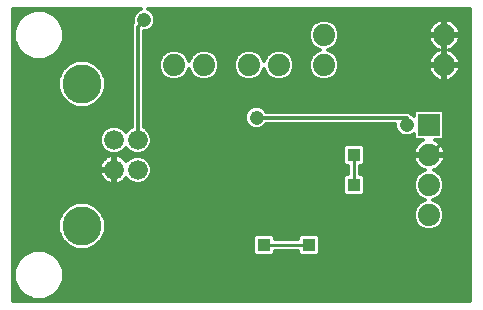
<source format=gbl>
G75*
%MOIN*%
%OFA0B0*%
%FSLAX25Y25*%
%IPPOS*%
%LPD*%
%AMOC8*
5,1,8,0,0,1.08239X$1,22.5*
%
%ADD10C,0.06600*%
%ADD11C,0.13000*%
%ADD12R,0.07400X0.07400*%
%ADD13C,0.07400*%
%ADD14C,0.01000*%
%ADD15C,0.01200*%
%ADD16R,0.04362X0.04362*%
%ADD17C,0.04756*%
D10*
X0423333Y0047329D03*
X0431133Y0047329D03*
X0431133Y0057171D03*
X0423333Y0057171D03*
D11*
X0412633Y0075950D03*
X0412633Y0028550D03*
D12*
X0528333Y0062250D03*
D13*
X0528333Y0052250D03*
X0528333Y0042250D03*
X0528333Y0032250D03*
X0533333Y0082250D03*
X0533333Y0092250D03*
X0493333Y0092250D03*
X0493333Y0082250D03*
X0478333Y0082250D03*
X0468333Y0082250D03*
X0453333Y0082250D03*
X0443333Y0082250D03*
D14*
X0533333Y0082250D02*
X0533333Y0057250D01*
X0528333Y0052250D01*
X0503333Y0052250D02*
X0503333Y0042250D01*
X0488333Y0022250D02*
X0473333Y0022250D01*
X0533333Y0082250D02*
X0533333Y0092250D01*
D15*
X0389733Y0100850D02*
X0389733Y0003650D01*
X0541933Y0003650D01*
X0541933Y0100850D01*
X0434514Y0100850D01*
X0435473Y0100453D01*
X0436536Y0099390D01*
X0437111Y0098001D01*
X0437111Y0096499D01*
X0436536Y0095110D01*
X0435473Y0094047D01*
X0434085Y0093472D01*
X0433133Y0093472D01*
X0433133Y0061430D01*
X0433796Y0061156D01*
X0435118Y0059834D01*
X0435833Y0058106D01*
X0435833Y0056236D01*
X0435118Y0054509D01*
X0433796Y0053187D01*
X0432068Y0052471D01*
X0430198Y0052471D01*
X0428471Y0053187D01*
X0427233Y0054424D01*
X0425996Y0053187D01*
X0424268Y0052471D01*
X0422398Y0052471D01*
X0420671Y0053187D01*
X0419349Y0054509D01*
X0418633Y0056236D01*
X0418633Y0058106D01*
X0419349Y0059834D01*
X0420671Y0061156D01*
X0422398Y0061871D01*
X0424268Y0061871D01*
X0425996Y0061156D01*
X0427233Y0059918D01*
X0428471Y0061156D01*
X0429133Y0061430D01*
X0429133Y0095878D01*
X0429613Y0096358D01*
X0429555Y0096499D01*
X0429555Y0098001D01*
X0430131Y0099390D01*
X0431193Y0100453D01*
X0432152Y0100850D01*
X0389733Y0100850D01*
X0389733Y0100322D02*
X0396132Y0100322D01*
X0396682Y0100550D02*
X0393632Y0099286D01*
X0391297Y0096952D01*
X0391297Y0096952D01*
X0390033Y0093901D01*
X0390033Y0090599D01*
X0391297Y0087548D01*
X0393632Y0085214D01*
X0396682Y0083950D01*
X0398748Y0083950D01*
X0399984Y0083950D01*
X0399984Y0083950D01*
X0403035Y0085214D01*
X0405370Y0087548D01*
X0405370Y0087548D01*
X0406633Y0090599D01*
X0406633Y0093901D01*
X0405370Y0096952D01*
X0403035Y0099286D01*
X0399984Y0100550D01*
X0396682Y0100550D01*
X0393632Y0099286D02*
X0393632Y0099286D01*
X0393469Y0099123D02*
X0389733Y0099123D01*
X0389733Y0097925D02*
X0392270Y0097925D01*
X0391204Y0096726D02*
X0389733Y0096726D01*
X0389733Y0095528D02*
X0390707Y0095528D01*
X0390211Y0094329D02*
X0389733Y0094329D01*
X0389733Y0093131D02*
X0390033Y0093131D01*
X0390033Y0091932D02*
X0389733Y0091932D01*
X0389733Y0090734D02*
X0390033Y0090734D01*
X0389733Y0089535D02*
X0390474Y0089535D01*
X0390970Y0088337D02*
X0389733Y0088337D01*
X0389733Y0087138D02*
X0391707Y0087138D01*
X0391297Y0087548D02*
X0391297Y0087548D01*
X0389733Y0085940D02*
X0392906Y0085940D01*
X0393632Y0085214D02*
X0393632Y0085214D01*
X0394772Y0084741D02*
X0389733Y0084741D01*
X0389733Y0083543D02*
X0410320Y0083543D01*
X0411062Y0083850D02*
X0408158Y0082647D01*
X0405936Y0080425D01*
X0404733Y0077521D01*
X0404733Y0074379D01*
X0405936Y0071475D01*
X0408158Y0069253D01*
X0411062Y0068050D01*
X0414205Y0068050D01*
X0417108Y0069253D01*
X0419331Y0071475D01*
X0420533Y0074379D01*
X0420533Y0077521D01*
X0419331Y0080425D01*
X0417108Y0082647D01*
X0414205Y0083850D01*
X0411062Y0083850D01*
X0407855Y0082344D02*
X0389733Y0082344D01*
X0389733Y0081146D02*
X0406657Y0081146D01*
X0405738Y0079947D02*
X0389733Y0079947D01*
X0389733Y0078749D02*
X0405242Y0078749D01*
X0404745Y0077550D02*
X0389733Y0077550D01*
X0389733Y0076352D02*
X0404733Y0076352D01*
X0404733Y0075153D02*
X0389733Y0075153D01*
X0389733Y0073955D02*
X0404909Y0073955D01*
X0405405Y0072756D02*
X0389733Y0072756D01*
X0389733Y0071558D02*
X0405902Y0071558D01*
X0407052Y0070359D02*
X0389733Y0070359D01*
X0389733Y0069161D02*
X0408380Y0069161D01*
X0416886Y0069161D02*
X0429133Y0069161D01*
X0429133Y0070359D02*
X0418215Y0070359D01*
X0419365Y0071558D02*
X0429133Y0071558D01*
X0429133Y0072756D02*
X0419861Y0072756D01*
X0420358Y0073955D02*
X0429133Y0073955D01*
X0429133Y0075153D02*
X0420533Y0075153D01*
X0420533Y0076352D02*
X0429133Y0076352D01*
X0429133Y0077550D02*
X0420521Y0077550D01*
X0420025Y0078749D02*
X0429133Y0078749D01*
X0429133Y0079947D02*
X0419528Y0079947D01*
X0418610Y0081146D02*
X0429133Y0081146D01*
X0429133Y0082344D02*
X0417411Y0082344D01*
X0414946Y0083543D02*
X0429133Y0083543D01*
X0429133Y0084741D02*
X0401895Y0084741D01*
X0403035Y0085214D02*
X0403035Y0085214D01*
X0403761Y0085940D02*
X0429133Y0085940D01*
X0429133Y0087138D02*
X0404960Y0087138D01*
X0405696Y0088337D02*
X0429133Y0088337D01*
X0429133Y0089535D02*
X0406193Y0089535D01*
X0406633Y0090734D02*
X0429133Y0090734D01*
X0429133Y0091932D02*
X0406633Y0091932D01*
X0406633Y0093131D02*
X0429133Y0093131D01*
X0429133Y0094329D02*
X0406456Y0094329D01*
X0405959Y0095528D02*
X0429133Y0095528D01*
X0429555Y0096726D02*
X0405463Y0096726D01*
X0405370Y0096952D02*
X0405370Y0096952D01*
X0404396Y0097925D02*
X0429555Y0097925D01*
X0430020Y0099123D02*
X0403198Y0099123D01*
X0403035Y0099286D02*
X0403035Y0099286D01*
X0400535Y0100322D02*
X0431062Y0100322D01*
X0435604Y0100322D02*
X0541933Y0100322D01*
X0541933Y0099123D02*
X0436647Y0099123D01*
X0437111Y0097925D02*
X0541933Y0097925D01*
X0541933Y0096726D02*
X0536189Y0096726D01*
X0536111Y0096783D02*
X0535368Y0097162D01*
X0534574Y0097419D01*
X0533750Y0097550D01*
X0533619Y0097550D01*
X0533619Y0092536D01*
X0533047Y0092536D01*
X0533047Y0091964D01*
X0528033Y0091964D01*
X0528033Y0091833D01*
X0528164Y0091009D01*
X0528422Y0090216D01*
X0528800Y0089472D01*
X0529291Y0088797D01*
X0529881Y0088207D01*
X0530556Y0087717D01*
X0531299Y0087338D01*
X0531571Y0087250D01*
X0531299Y0087162D01*
X0530556Y0086783D01*
X0529881Y0086293D01*
X0529291Y0085703D01*
X0528800Y0085028D01*
X0528422Y0084284D01*
X0528164Y0083491D01*
X0528033Y0082667D01*
X0528033Y0082536D01*
X0533047Y0082536D01*
X0533047Y0081964D01*
X0528033Y0081964D01*
X0528033Y0081833D01*
X0528164Y0081009D01*
X0528422Y0080216D01*
X0528800Y0079472D01*
X0529291Y0078797D01*
X0529881Y0078207D01*
X0530556Y0077717D01*
X0531299Y0077338D01*
X0532092Y0077080D01*
X0532916Y0076950D01*
X0533047Y0076950D01*
X0533047Y0081964D01*
X0533619Y0081964D01*
X0533619Y0076950D01*
X0533750Y0076950D01*
X0534574Y0077080D01*
X0535368Y0077338D01*
X0536111Y0077717D01*
X0536786Y0078207D01*
X0537376Y0078797D01*
X0537866Y0079472D01*
X0538245Y0080216D01*
X0538503Y0081009D01*
X0538633Y0081833D01*
X0538633Y0081964D01*
X0533619Y0081964D01*
X0533619Y0082536D01*
X0533047Y0082536D01*
X0533047Y0087550D01*
X0533047Y0091964D01*
X0533619Y0091964D01*
X0533619Y0082536D01*
X0538633Y0082536D01*
X0538633Y0082667D01*
X0538503Y0083491D01*
X0538245Y0084284D01*
X0537866Y0085028D01*
X0537376Y0085703D01*
X0536786Y0086293D01*
X0536111Y0086783D01*
X0535368Y0087162D01*
X0535096Y0087250D01*
X0535368Y0087338D01*
X0536111Y0087717D01*
X0536786Y0088207D01*
X0537376Y0088797D01*
X0537866Y0089472D01*
X0538245Y0090216D01*
X0538503Y0091009D01*
X0538633Y0091833D01*
X0538633Y0091964D01*
X0533619Y0091964D01*
X0533619Y0092536D01*
X0538633Y0092536D01*
X0538633Y0092667D01*
X0538503Y0093491D01*
X0538245Y0094284D01*
X0537866Y0095028D01*
X0537376Y0095703D01*
X0536786Y0096293D01*
X0536111Y0096783D01*
X0537503Y0095528D02*
X0541933Y0095528D01*
X0541933Y0094329D02*
X0538222Y0094329D01*
X0538560Y0093131D02*
X0541933Y0093131D01*
X0541933Y0091932D02*
X0538633Y0091932D01*
X0538413Y0090734D02*
X0541933Y0090734D01*
X0541933Y0089535D02*
X0537898Y0089535D01*
X0536916Y0088337D02*
X0541933Y0088337D01*
X0541933Y0087138D02*
X0535414Y0087138D01*
X0533619Y0087138D02*
X0533047Y0087138D01*
X0533047Y0085940D02*
X0533619Y0085940D01*
X0533619Y0084741D02*
X0533047Y0084741D01*
X0533047Y0083543D02*
X0533619Y0083543D01*
X0533619Y0082344D02*
X0541933Y0082344D01*
X0541933Y0081146D02*
X0538524Y0081146D01*
X0538108Y0079947D02*
X0541933Y0079947D01*
X0541933Y0078749D02*
X0537327Y0078749D01*
X0535784Y0077550D02*
X0541933Y0077550D01*
X0541933Y0076352D02*
X0433133Y0076352D01*
X0433133Y0077550D02*
X0441353Y0077550D01*
X0440444Y0077926D02*
X0442319Y0077150D01*
X0444348Y0077150D01*
X0446222Y0077926D01*
X0447657Y0079361D01*
X0448333Y0080994D01*
X0449010Y0079361D01*
X0450444Y0077926D01*
X0452319Y0077150D01*
X0454348Y0077150D01*
X0456222Y0077926D01*
X0457657Y0079361D01*
X0458433Y0081236D01*
X0458433Y0083264D01*
X0457657Y0085139D01*
X0456222Y0086574D01*
X0454348Y0087350D01*
X0452319Y0087350D01*
X0450444Y0086574D01*
X0449010Y0085139D01*
X0448333Y0083506D01*
X0447657Y0085139D01*
X0446222Y0086574D01*
X0444348Y0087350D01*
X0442319Y0087350D01*
X0440444Y0086574D01*
X0439010Y0085139D01*
X0438233Y0083264D01*
X0438233Y0081236D01*
X0439010Y0079361D01*
X0440444Y0077926D01*
X0439622Y0078749D02*
X0433133Y0078749D01*
X0433133Y0079947D02*
X0438767Y0079947D01*
X0438270Y0081146D02*
X0433133Y0081146D01*
X0433133Y0082344D02*
X0438233Y0082344D01*
X0438349Y0083543D02*
X0433133Y0083543D01*
X0433133Y0084741D02*
X0438845Y0084741D01*
X0439811Y0085940D02*
X0433133Y0085940D01*
X0433133Y0087138D02*
X0441808Y0087138D01*
X0444859Y0087138D02*
X0451808Y0087138D01*
X0449811Y0085940D02*
X0446856Y0085940D01*
X0447822Y0084741D02*
X0448845Y0084741D01*
X0448349Y0083543D02*
X0448318Y0083543D01*
X0447900Y0079947D02*
X0448767Y0079947D01*
X0449622Y0078749D02*
X0447045Y0078749D01*
X0445314Y0077550D02*
X0451353Y0077550D01*
X0455314Y0077550D02*
X0466353Y0077550D01*
X0465444Y0077926D02*
X0467319Y0077150D01*
X0469348Y0077150D01*
X0471222Y0077926D01*
X0472657Y0079361D01*
X0473333Y0080994D01*
X0474010Y0079361D01*
X0475444Y0077926D01*
X0477319Y0077150D01*
X0479348Y0077150D01*
X0481222Y0077926D01*
X0482657Y0079361D01*
X0483433Y0081236D01*
X0483433Y0083264D01*
X0482657Y0085139D01*
X0481222Y0086574D01*
X0479348Y0087350D01*
X0477319Y0087350D01*
X0475444Y0086574D01*
X0474010Y0085139D01*
X0473333Y0083506D01*
X0472657Y0085139D01*
X0471222Y0086574D01*
X0469348Y0087350D01*
X0467319Y0087350D01*
X0465444Y0086574D01*
X0464010Y0085139D01*
X0463233Y0083264D01*
X0463233Y0081236D01*
X0464010Y0079361D01*
X0465444Y0077926D01*
X0464622Y0078749D02*
X0457045Y0078749D01*
X0457900Y0079947D02*
X0463767Y0079947D01*
X0463270Y0081146D02*
X0458396Y0081146D01*
X0458433Y0082344D02*
X0463233Y0082344D01*
X0463349Y0083543D02*
X0458318Y0083543D01*
X0457822Y0084741D02*
X0463845Y0084741D01*
X0464811Y0085940D02*
X0456856Y0085940D01*
X0454859Y0087138D02*
X0466808Y0087138D01*
X0469859Y0087138D02*
X0476808Y0087138D01*
X0474811Y0085940D02*
X0471856Y0085940D01*
X0472822Y0084741D02*
X0473845Y0084741D01*
X0473349Y0083543D02*
X0473318Y0083543D01*
X0472900Y0079947D02*
X0473767Y0079947D01*
X0474622Y0078749D02*
X0472045Y0078749D01*
X0470314Y0077550D02*
X0476353Y0077550D01*
X0480314Y0077550D02*
X0491353Y0077550D01*
X0490444Y0077926D02*
X0492319Y0077150D01*
X0494348Y0077150D01*
X0496222Y0077926D01*
X0497657Y0079361D01*
X0498433Y0081236D01*
X0498433Y0083264D01*
X0497657Y0085139D01*
X0496222Y0086574D01*
X0494589Y0087250D01*
X0496222Y0087926D01*
X0497657Y0089361D01*
X0498433Y0091236D01*
X0498433Y0093264D01*
X0497657Y0095139D01*
X0496222Y0096574D01*
X0494348Y0097350D01*
X0492319Y0097350D01*
X0490444Y0096574D01*
X0489010Y0095139D01*
X0488233Y0093264D01*
X0488233Y0091236D01*
X0489010Y0089361D01*
X0490444Y0087926D01*
X0492077Y0087250D01*
X0490444Y0086574D01*
X0489010Y0085139D01*
X0488233Y0083264D01*
X0488233Y0081236D01*
X0489010Y0079361D01*
X0490444Y0077926D01*
X0489622Y0078749D02*
X0482045Y0078749D01*
X0482900Y0079947D02*
X0488767Y0079947D01*
X0488270Y0081146D02*
X0483396Y0081146D01*
X0483433Y0082344D02*
X0488233Y0082344D01*
X0488349Y0083543D02*
X0483318Y0083543D01*
X0482822Y0084741D02*
X0488845Y0084741D01*
X0489811Y0085940D02*
X0481856Y0085940D01*
X0479859Y0087138D02*
X0491808Y0087138D01*
X0490034Y0088337D02*
X0433133Y0088337D01*
X0433133Y0089535D02*
X0488938Y0089535D01*
X0488441Y0090734D02*
X0433133Y0090734D01*
X0433133Y0091932D02*
X0488233Y0091932D01*
X0488233Y0093131D02*
X0433133Y0093131D01*
X0431133Y0095050D02*
X0433333Y0097250D01*
X0437111Y0096726D02*
X0490813Y0096726D01*
X0489399Y0095528D02*
X0436709Y0095528D01*
X0435756Y0094329D02*
X0488674Y0094329D01*
X0495853Y0096726D02*
X0530478Y0096726D01*
X0530556Y0096783D02*
X0529881Y0096293D01*
X0529291Y0095703D01*
X0528800Y0095028D01*
X0528422Y0094284D01*
X0528164Y0093491D01*
X0528033Y0092667D01*
X0528033Y0092536D01*
X0533047Y0092536D01*
X0533047Y0097550D01*
X0532916Y0097550D01*
X0532092Y0097419D01*
X0531299Y0097162D01*
X0530556Y0096783D01*
X0529164Y0095528D02*
X0497268Y0095528D01*
X0497992Y0094329D02*
X0528445Y0094329D01*
X0528107Y0093131D02*
X0498433Y0093131D01*
X0498433Y0091932D02*
X0528033Y0091932D01*
X0528253Y0090734D02*
X0498226Y0090734D01*
X0497729Y0089535D02*
X0528768Y0089535D01*
X0529751Y0088337D02*
X0496633Y0088337D01*
X0494859Y0087138D02*
X0531253Y0087138D01*
X0529528Y0085940D02*
X0496856Y0085940D01*
X0497822Y0084741D02*
X0528654Y0084741D01*
X0528181Y0083543D02*
X0498318Y0083543D01*
X0498433Y0082344D02*
X0533047Y0082344D01*
X0533047Y0081146D02*
X0533619Y0081146D01*
X0533619Y0079947D02*
X0533047Y0079947D01*
X0533047Y0078749D02*
X0533619Y0078749D01*
X0533619Y0077550D02*
X0533047Y0077550D01*
X0530883Y0077550D02*
X0495314Y0077550D01*
X0497045Y0078749D02*
X0529339Y0078749D01*
X0528558Y0079947D02*
X0497900Y0079947D01*
X0498396Y0081146D02*
X0528142Y0081146D01*
X0538012Y0084741D02*
X0541933Y0084741D01*
X0541933Y0083543D02*
X0538486Y0083543D01*
X0537139Y0085940D02*
X0541933Y0085940D01*
X0533619Y0088337D02*
X0533047Y0088337D01*
X0533047Y0089535D02*
X0533619Y0089535D01*
X0533619Y0090734D02*
X0533047Y0090734D01*
X0533047Y0091932D02*
X0533619Y0091932D01*
X0533619Y0093131D02*
X0533047Y0093131D01*
X0533047Y0094329D02*
X0533619Y0094329D01*
X0533619Y0095528D02*
X0533047Y0095528D01*
X0533047Y0096726D02*
X0533619Y0096726D01*
X0541933Y0075153D02*
X0433133Y0075153D01*
X0433133Y0073955D02*
X0541933Y0073955D01*
X0541933Y0072756D02*
X0433133Y0072756D01*
X0433133Y0071558D02*
X0541933Y0071558D01*
X0541933Y0070359D02*
X0433133Y0070359D01*
X0433133Y0069161D02*
X0541933Y0069161D01*
X0541933Y0067962D02*
X0472951Y0067962D01*
X0472973Y0067953D02*
X0471585Y0068528D01*
X0470082Y0068528D01*
X0468693Y0067953D01*
X0467631Y0066890D01*
X0467055Y0065501D01*
X0467055Y0063999D01*
X0467631Y0062610D01*
X0468693Y0061547D01*
X0470082Y0060972D01*
X0471585Y0060972D01*
X0472973Y0061547D01*
X0474036Y0062610D01*
X0474094Y0062750D01*
X0517055Y0062750D01*
X0517055Y0061499D01*
X0517631Y0060110D01*
X0518693Y0059047D01*
X0520082Y0058472D01*
X0521585Y0058472D01*
X0522973Y0059047D01*
X0523233Y0059307D01*
X0523233Y0057970D01*
X0524053Y0057150D01*
X0526276Y0057150D01*
X0525556Y0056783D01*
X0524881Y0056293D01*
X0524291Y0055703D01*
X0523800Y0055028D01*
X0523422Y0054284D01*
X0523164Y0053491D01*
X0523033Y0052667D01*
X0523033Y0052650D01*
X0527933Y0052650D01*
X0527933Y0051850D01*
X0523033Y0051850D01*
X0523033Y0051833D01*
X0523164Y0051009D01*
X0523422Y0050216D01*
X0523800Y0049472D01*
X0524291Y0048797D01*
X0524881Y0048207D01*
X0525556Y0047717D01*
X0526299Y0047338D01*
X0526855Y0047158D01*
X0525444Y0046574D01*
X0524010Y0045139D01*
X0523233Y0043264D01*
X0523233Y0041236D01*
X0524010Y0039361D01*
X0525444Y0037926D01*
X0527077Y0037250D01*
X0525444Y0036574D01*
X0524010Y0035139D01*
X0523233Y0033264D01*
X0523233Y0031236D01*
X0524010Y0029361D01*
X0525444Y0027926D01*
X0527319Y0027150D01*
X0529348Y0027150D01*
X0531222Y0027926D01*
X0532657Y0029361D01*
X0533433Y0031236D01*
X0533433Y0033264D01*
X0532657Y0035139D01*
X0531222Y0036574D01*
X0529589Y0037250D01*
X0531222Y0037926D01*
X0532657Y0039361D01*
X0533433Y0041236D01*
X0533433Y0043264D01*
X0532657Y0045139D01*
X0531222Y0046574D01*
X0529812Y0047158D01*
X0530368Y0047338D01*
X0531111Y0047717D01*
X0531786Y0048207D01*
X0532376Y0048797D01*
X0532866Y0049472D01*
X0533245Y0050216D01*
X0533503Y0051009D01*
X0533633Y0051833D01*
X0533633Y0051850D01*
X0528733Y0051850D01*
X0528733Y0052650D01*
X0533633Y0052650D01*
X0533633Y0052667D01*
X0533503Y0053491D01*
X0533245Y0054284D01*
X0532866Y0055028D01*
X0532376Y0055703D01*
X0531786Y0056293D01*
X0531111Y0056783D01*
X0530391Y0057150D01*
X0532613Y0057150D01*
X0533433Y0057970D01*
X0533433Y0066530D01*
X0532613Y0067350D01*
X0524053Y0067350D01*
X0523233Y0066530D01*
X0523233Y0065193D01*
X0522973Y0065453D01*
X0522833Y0065511D01*
X0522833Y0065578D01*
X0521662Y0066750D01*
X0474094Y0066750D01*
X0474036Y0066890D01*
X0472973Y0067953D01*
X0474088Y0066764D02*
X0523467Y0066764D01*
X0523233Y0065565D02*
X0522833Y0065565D01*
X0520833Y0064750D02*
X0520833Y0062250D01*
X0517357Y0060771D02*
X0434180Y0060771D01*
X0435226Y0059573D02*
X0518168Y0059573D01*
X0523233Y0058374D02*
X0435722Y0058374D01*
X0435833Y0057176D02*
X0524028Y0057176D01*
X0524565Y0055977D02*
X0435726Y0055977D01*
X0435229Y0054779D02*
X0499752Y0054779D01*
X0499752Y0055011D02*
X0499752Y0049489D01*
X0500572Y0048669D01*
X0501433Y0048669D01*
X0501433Y0045831D01*
X0500572Y0045831D01*
X0499752Y0045011D01*
X0499752Y0039489D01*
X0500572Y0038669D01*
X0506094Y0038669D01*
X0506914Y0039489D01*
X0506914Y0045011D01*
X0506094Y0045831D01*
X0505233Y0045831D01*
X0505233Y0048669D01*
X0506094Y0048669D01*
X0506914Y0049489D01*
X0506914Y0055011D01*
X0506094Y0055831D01*
X0500572Y0055831D01*
X0499752Y0055011D01*
X0499752Y0053580D02*
X0434189Y0053580D01*
X0433796Y0051313D02*
X0432068Y0052029D01*
X0430198Y0052029D01*
X0428471Y0051313D01*
X0427327Y0050169D01*
X0427071Y0050521D01*
X0426525Y0051066D01*
X0425901Y0051520D01*
X0425214Y0051870D01*
X0424481Y0052108D01*
X0423719Y0052229D01*
X0423633Y0052229D01*
X0423633Y0047629D01*
X0423033Y0047629D01*
X0423033Y0047029D01*
X0418433Y0047029D01*
X0418433Y0046943D01*
X0418554Y0046181D01*
X0418792Y0045448D01*
X0419142Y0044761D01*
X0419596Y0044137D01*
X0420141Y0043591D01*
X0420765Y0043138D01*
X0421452Y0042788D01*
X0422186Y0042549D01*
X0422948Y0042429D01*
X0423033Y0042429D01*
X0423033Y0047029D01*
X0423633Y0047029D01*
X0423633Y0042429D01*
X0423719Y0042429D01*
X0424481Y0042549D01*
X0425214Y0042788D01*
X0425901Y0043138D01*
X0426525Y0043591D01*
X0427071Y0044137D01*
X0427327Y0044489D01*
X0428471Y0043344D01*
X0430198Y0042629D01*
X0432068Y0042629D01*
X0433796Y0043344D01*
X0435118Y0044666D01*
X0435833Y0046394D01*
X0435833Y0048264D01*
X0435118Y0049991D01*
X0433796Y0051313D01*
X0433926Y0051183D02*
X0499752Y0051183D01*
X0499752Y0049984D02*
X0435121Y0049984D01*
X0435617Y0048786D02*
X0500455Y0048786D01*
X0501433Y0047587D02*
X0435833Y0047587D01*
X0435831Y0046389D02*
X0501433Y0046389D01*
X0499932Y0045190D02*
X0435335Y0045190D01*
X0434443Y0043992D02*
X0499752Y0043992D01*
X0499752Y0042793D02*
X0432466Y0042793D01*
X0429801Y0042793D02*
X0425225Y0042793D01*
X0423633Y0042793D02*
X0423033Y0042793D01*
X0423033Y0043992D02*
X0423633Y0043992D01*
X0423633Y0045190D02*
X0423033Y0045190D01*
X0423033Y0046389D02*
X0423633Y0046389D01*
X0423033Y0047587D02*
X0389733Y0047587D01*
X0389733Y0046389D02*
X0418521Y0046389D01*
X0418433Y0047629D02*
X0423033Y0047629D01*
X0423033Y0052229D01*
X0422948Y0052229D01*
X0422186Y0052108D01*
X0421452Y0051870D01*
X0420765Y0051520D01*
X0420141Y0051066D01*
X0419596Y0050521D01*
X0419142Y0049897D01*
X0418792Y0049210D01*
X0418554Y0048476D01*
X0418433Y0047714D01*
X0418433Y0047629D01*
X0418655Y0048786D02*
X0389733Y0048786D01*
X0389733Y0049984D02*
X0419206Y0049984D01*
X0420302Y0051183D02*
X0389733Y0051183D01*
X0389733Y0052382D02*
X0499752Y0052382D01*
X0506914Y0052382D02*
X0527933Y0052382D01*
X0528733Y0052382D02*
X0541933Y0052382D01*
X0541933Y0053580D02*
X0533474Y0053580D01*
X0532993Y0054779D02*
X0541933Y0054779D01*
X0541933Y0055977D02*
X0532102Y0055977D01*
X0532639Y0057176D02*
X0541933Y0057176D01*
X0541933Y0058374D02*
X0533433Y0058374D01*
X0533433Y0059573D02*
X0541933Y0059573D01*
X0541933Y0060771D02*
X0533433Y0060771D01*
X0533433Y0061970D02*
X0541933Y0061970D01*
X0541933Y0063168D02*
X0533433Y0063168D01*
X0533433Y0064367D02*
X0541933Y0064367D01*
X0541933Y0065565D02*
X0533433Y0065565D01*
X0533200Y0066764D02*
X0541933Y0066764D01*
X0520833Y0064750D02*
X0470833Y0064750D01*
X0467399Y0063168D02*
X0433133Y0063168D01*
X0433133Y0061970D02*
X0468271Y0061970D01*
X0473396Y0061970D02*
X0517055Y0061970D01*
X0523673Y0054779D02*
X0506914Y0054779D01*
X0506914Y0053580D02*
X0523193Y0053580D01*
X0523136Y0051183D02*
X0506914Y0051183D01*
X0506914Y0049984D02*
X0523539Y0049984D01*
X0524302Y0048786D02*
X0506211Y0048786D01*
X0505233Y0047587D02*
X0525810Y0047587D01*
X0525260Y0046389D02*
X0505233Y0046389D01*
X0506735Y0045190D02*
X0524061Y0045190D01*
X0523535Y0043992D02*
X0506914Y0043992D01*
X0506914Y0042793D02*
X0523233Y0042793D01*
X0523233Y0041595D02*
X0506914Y0041595D01*
X0506914Y0040396D02*
X0523581Y0040396D01*
X0524173Y0039198D02*
X0506623Y0039198D01*
X0500043Y0039198D02*
X0389733Y0039198D01*
X0389733Y0040396D02*
X0499752Y0040396D01*
X0499752Y0041595D02*
X0389733Y0041595D01*
X0389733Y0042793D02*
X0421441Y0042793D01*
X0419740Y0043992D02*
X0389733Y0043992D01*
X0389733Y0045190D02*
X0418923Y0045190D01*
X0423033Y0048786D02*
X0423633Y0048786D01*
X0423633Y0049984D02*
X0423033Y0049984D01*
X0423033Y0051183D02*
X0423633Y0051183D01*
X0426365Y0051183D02*
X0428341Y0051183D01*
X0428078Y0053580D02*
X0426389Y0053580D01*
X0420278Y0053580D02*
X0389733Y0053580D01*
X0389733Y0054779D02*
X0419237Y0054779D01*
X0418741Y0055977D02*
X0389733Y0055977D01*
X0389733Y0057176D02*
X0418633Y0057176D01*
X0418744Y0058374D02*
X0389733Y0058374D01*
X0389733Y0059573D02*
X0419241Y0059573D01*
X0420286Y0060771D02*
X0389733Y0060771D01*
X0389733Y0061970D02*
X0429133Y0061970D01*
X0429133Y0063168D02*
X0389733Y0063168D01*
X0389733Y0064367D02*
X0429133Y0064367D01*
X0429133Y0065565D02*
X0389733Y0065565D01*
X0389733Y0066764D02*
X0429133Y0066764D01*
X0429133Y0067962D02*
X0389733Y0067962D01*
X0426380Y0060771D02*
X0428086Y0060771D01*
X0431133Y0057171D02*
X0431133Y0095050D01*
X0433133Y0067962D02*
X0468716Y0067962D01*
X0467578Y0066764D02*
X0433133Y0066764D01*
X0433133Y0065565D02*
X0467082Y0065565D01*
X0467055Y0064367D02*
X0433133Y0064367D01*
X0427823Y0043992D02*
X0426926Y0043992D01*
X0417108Y0035247D02*
X0414205Y0036450D01*
X0411062Y0036450D01*
X0408158Y0035247D01*
X0405936Y0033025D01*
X0404733Y0030121D01*
X0404733Y0026979D01*
X0405936Y0024075D01*
X0408158Y0021853D01*
X0411062Y0020650D01*
X0414205Y0020650D01*
X0417108Y0021853D01*
X0419331Y0024075D01*
X0420533Y0026979D01*
X0420533Y0030121D01*
X0419331Y0033025D01*
X0417108Y0035247D01*
X0416251Y0035602D02*
X0524473Y0035602D01*
X0523705Y0034404D02*
X0417952Y0034404D01*
X0419150Y0033205D02*
X0523233Y0033205D01*
X0523233Y0032007D02*
X0419752Y0032007D01*
X0420249Y0030808D02*
X0523410Y0030808D01*
X0523907Y0029610D02*
X0420533Y0029610D01*
X0420533Y0028411D02*
X0524960Y0028411D01*
X0527167Y0027213D02*
X0420533Y0027213D01*
X0420134Y0026014D02*
X0541933Y0026014D01*
X0541933Y0024816D02*
X0491914Y0024816D01*
X0491914Y0025011D02*
X0491094Y0025831D01*
X0485572Y0025831D01*
X0484752Y0025011D01*
X0484752Y0024150D01*
X0476914Y0024150D01*
X0476914Y0025011D01*
X0476094Y0025831D01*
X0470572Y0025831D01*
X0469752Y0025011D01*
X0469752Y0019489D01*
X0470572Y0018669D01*
X0476094Y0018669D01*
X0476914Y0019489D01*
X0476914Y0020350D01*
X0484752Y0020350D01*
X0484752Y0019489D01*
X0485572Y0018669D01*
X0491094Y0018669D01*
X0491914Y0019489D01*
X0491914Y0025011D01*
X0491914Y0023617D02*
X0541933Y0023617D01*
X0541933Y0022419D02*
X0491914Y0022419D01*
X0491914Y0021220D02*
X0541933Y0021220D01*
X0541933Y0020022D02*
X0491914Y0020022D01*
X0491249Y0018823D02*
X0541933Y0018823D01*
X0541933Y0017625D02*
X0404697Y0017625D01*
X0405370Y0016952D02*
X0403035Y0019286D01*
X0399984Y0020550D01*
X0396682Y0020550D01*
X0393632Y0019286D01*
X0391297Y0016952D01*
X0391297Y0016952D01*
X0390033Y0013901D01*
X0390033Y0010599D01*
X0391297Y0007548D01*
X0393632Y0005214D01*
X0396682Y0003950D01*
X0398748Y0003950D01*
X0399984Y0003950D01*
X0399984Y0003950D01*
X0403035Y0005214D01*
X0405370Y0007548D01*
X0405370Y0007548D01*
X0405370Y0007548D01*
X0406633Y0010599D01*
X0406633Y0013901D01*
X0405370Y0016952D01*
X0405370Y0016952D01*
X0405587Y0016426D02*
X0541933Y0016426D01*
X0541933Y0015228D02*
X0406084Y0015228D01*
X0406580Y0014029D02*
X0541933Y0014029D01*
X0541933Y0012831D02*
X0406633Y0012831D01*
X0406633Y0011632D02*
X0541933Y0011632D01*
X0541933Y0010434D02*
X0406565Y0010434D01*
X0406068Y0009235D02*
X0541933Y0009235D01*
X0541933Y0008037D02*
X0405572Y0008037D01*
X0404659Y0006838D02*
X0541933Y0006838D01*
X0541933Y0005640D02*
X0403461Y0005640D01*
X0403035Y0005214D02*
X0403035Y0005214D01*
X0401170Y0004441D02*
X0541933Y0004441D01*
X0485418Y0018823D02*
X0476249Y0018823D01*
X0476914Y0020022D02*
X0484752Y0020022D01*
X0470418Y0018823D02*
X0403498Y0018823D01*
X0403035Y0019286D02*
X0403035Y0019286D01*
X0401260Y0020022D02*
X0469752Y0020022D01*
X0469752Y0021220D02*
X0415581Y0021220D01*
X0417674Y0022419D02*
X0469752Y0022419D01*
X0469752Y0023617D02*
X0418873Y0023617D01*
X0419637Y0024816D02*
X0469752Y0024816D01*
X0476914Y0024816D02*
X0484752Y0024816D01*
X0525993Y0036801D02*
X0389733Y0036801D01*
X0389733Y0037999D02*
X0525371Y0037999D01*
X0530673Y0036801D02*
X0541933Y0036801D01*
X0541933Y0037999D02*
X0531295Y0037999D01*
X0532494Y0039198D02*
X0541933Y0039198D01*
X0541933Y0040396D02*
X0533086Y0040396D01*
X0533433Y0041595D02*
X0541933Y0041595D01*
X0541933Y0042793D02*
X0533433Y0042793D01*
X0533132Y0043992D02*
X0541933Y0043992D01*
X0541933Y0045190D02*
X0532605Y0045190D01*
X0531407Y0046389D02*
X0541933Y0046389D01*
X0541933Y0047587D02*
X0530857Y0047587D01*
X0532365Y0048786D02*
X0541933Y0048786D01*
X0541933Y0049984D02*
X0533127Y0049984D01*
X0533530Y0051183D02*
X0541933Y0051183D01*
X0541933Y0035602D02*
X0532193Y0035602D01*
X0532961Y0034404D02*
X0541933Y0034404D01*
X0541933Y0033205D02*
X0533433Y0033205D01*
X0533433Y0032007D02*
X0541933Y0032007D01*
X0541933Y0030808D02*
X0533256Y0030808D01*
X0532760Y0029610D02*
X0541933Y0029610D01*
X0541933Y0028411D02*
X0531707Y0028411D01*
X0529499Y0027213D02*
X0541933Y0027213D01*
X0409685Y0021220D02*
X0389733Y0021220D01*
X0389733Y0020022D02*
X0395407Y0020022D01*
X0393632Y0019286D02*
X0393632Y0019286D01*
X0393169Y0018823D02*
X0389733Y0018823D01*
X0389733Y0017625D02*
X0391970Y0017625D01*
X0391079Y0016426D02*
X0389733Y0016426D01*
X0389733Y0015228D02*
X0390583Y0015228D01*
X0390086Y0014029D02*
X0389733Y0014029D01*
X0389733Y0012831D02*
X0390033Y0012831D01*
X0390033Y0011632D02*
X0389733Y0011632D01*
X0389733Y0010434D02*
X0390102Y0010434D01*
X0389733Y0009235D02*
X0390598Y0009235D01*
X0391095Y0008037D02*
X0389733Y0008037D01*
X0389733Y0006838D02*
X0392007Y0006838D01*
X0391297Y0007548D02*
X0391297Y0007548D01*
X0389733Y0005640D02*
X0393206Y0005640D01*
X0393632Y0005214D02*
X0393632Y0005214D01*
X0395497Y0004441D02*
X0389733Y0004441D01*
X0389733Y0022419D02*
X0407592Y0022419D01*
X0406394Y0023617D02*
X0389733Y0023617D01*
X0389733Y0024816D02*
X0405629Y0024816D01*
X0405133Y0026014D02*
X0389733Y0026014D01*
X0389733Y0027213D02*
X0404733Y0027213D01*
X0404733Y0028411D02*
X0389733Y0028411D01*
X0389733Y0029610D02*
X0404733Y0029610D01*
X0405018Y0030808D02*
X0389733Y0030808D01*
X0389733Y0032007D02*
X0405514Y0032007D01*
X0406116Y0033205D02*
X0389733Y0033205D01*
X0389733Y0034404D02*
X0407315Y0034404D01*
X0409016Y0035602D02*
X0389733Y0035602D01*
D16*
X0473333Y0022250D03*
X0488333Y0022250D03*
X0503333Y0042250D03*
X0503333Y0052250D03*
D17*
X0520833Y0062250D03*
X0470833Y0064750D03*
X0433333Y0097250D03*
M02*

</source>
